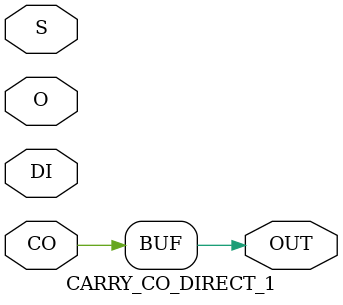
<source format=v>
module CARRY_CO_DIRECT_1(input CO, input O, input S, input DI, output OUT);
assign OUT = CO;
endmodule
</source>
